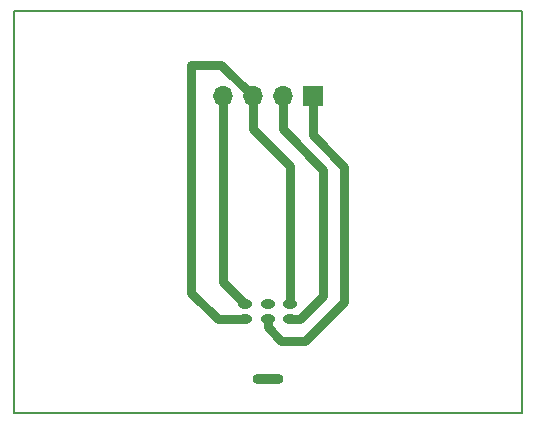
<source format=gbr>
%TF.GenerationSoftware,KiCad,Pcbnew,9.0.0*%
%TF.CreationDate,2025-10-27T19:49:06+01:00*%
%TF.ProjectId,Gamecube controller breakout mount,47616d65-6375-4626-9520-636f6e74726f,rev?*%
%TF.SameCoordinates,Original*%
%TF.FileFunction,Copper,L1,Top*%
%TF.FilePolarity,Positive*%
%FSLAX46Y46*%
G04 Gerber Fmt 4.6, Leading zero omitted, Abs format (unit mm)*
G04 Created by KiCad (PCBNEW 9.0.0) date 2025-10-27 19:49:06*
%MOMM*%
%LPD*%
G01*
G04 APERTURE LIST*
%TA.AperFunction,NonConductor*%
%ADD10C,0.200000*%
%TD*%
%TA.AperFunction,ComponentPad*%
%ADD11O,1.200000X0.800000*%
%TD*%
%TA.AperFunction,ComponentPad*%
%ADD12R,1.700000X1.700000*%
%TD*%
%TA.AperFunction,ComponentPad*%
%ADD13O,1.700000X1.700000*%
%TD*%
%TA.AperFunction,ComponentPad*%
%ADD14O,2.650000X0.850000*%
%TD*%
%TA.AperFunction,Conductor*%
%ADD15C,0.800000*%
%TD*%
%TA.AperFunction,Conductor*%
%ADD16C,0.500000*%
%TD*%
G04 APERTURE END LIST*
D10*
X121292600Y-76000000D02*
X164292600Y-76000000D01*
X164292600Y-110000000D01*
X121292600Y-110000000D01*
X121292600Y-76000000D01*
D11*
%TO.P,,3*%
%TO.N,N/C*%
X140864200Y-102071500D03*
%TD*%
%TO.P,,4*%
%TO.N,N/C*%
X144684200Y-100801500D03*
%TD*%
D12*
%TO.P,REF\u002A\u002A,1*%
%TO.N,N/C*%
X146574200Y-83186120D03*
D13*
%TO.P,REF\u002A\u002A,2*%
X144034200Y-83186120D03*
%TO.P,REF\u002A\u002A,3*%
X141494200Y-83186120D03*
%TO.P,REF\u002A\u002A,4*%
X138954200Y-83186120D03*
%TD*%
D11*
%TO.P,,5*%
%TO.N,N/C*%
X142774200Y-100801500D03*
%TD*%
D14*
%TO.P,,0*%
%TO.N,N/C*%
X142774200Y-107186500D03*
%TD*%
D11*
%TO.P,,2*%
%TO.N,N/C*%
X142774200Y-102071500D03*
%TD*%
%TO.P,,1*%
%TO.N,N/C*%
X144684200Y-102071500D03*
%TD*%
%TO.P,,6*%
%TO.N,N/C*%
X140864200Y-100801500D03*
%TD*%
D15*
%TO.N,*%
X149269600Y-89165920D02*
X149269600Y-100595920D01*
X147491600Y-89419920D02*
X144034200Y-85962520D01*
X144034200Y-83186120D02*
X144034200Y-85962520D01*
X138954200Y-98891500D02*
X140864200Y-100801500D01*
X143935600Y-103897920D02*
X142774200Y-102736520D01*
X141494200Y-83186120D02*
X138855600Y-80547520D01*
X142774200Y-102736520D02*
X142774200Y-102071500D01*
X144684200Y-102071500D02*
X145508020Y-102071500D01*
X138553180Y-102071500D02*
X136315600Y-99833920D01*
X146574200Y-83186120D02*
X146574200Y-86470520D01*
X145508020Y-102071500D02*
X147491600Y-100087920D01*
X144684200Y-89152520D02*
X141494200Y-85962520D01*
X147491600Y-100087920D02*
X147491600Y-89419920D01*
X146574200Y-86470520D02*
X149269600Y-89165920D01*
X138954200Y-83186120D02*
X138954200Y-98891500D01*
X136315600Y-80529920D02*
X136315600Y-99833920D01*
X149269600Y-100595920D02*
X145967600Y-103897920D01*
X145967600Y-103897920D02*
X143935600Y-103897920D01*
D16*
X142774200Y-102071500D02*
X142774200Y-102080440D01*
D15*
X141494200Y-85962520D02*
X141494200Y-83186120D01*
X140864200Y-102071500D02*
X138553180Y-102071500D01*
X138855600Y-80529920D02*
X136315600Y-80529920D01*
X138855600Y-80547520D02*
X138855600Y-80529920D01*
X144684200Y-100801500D02*
X144684200Y-89152520D01*
%TD*%
M02*

</source>
